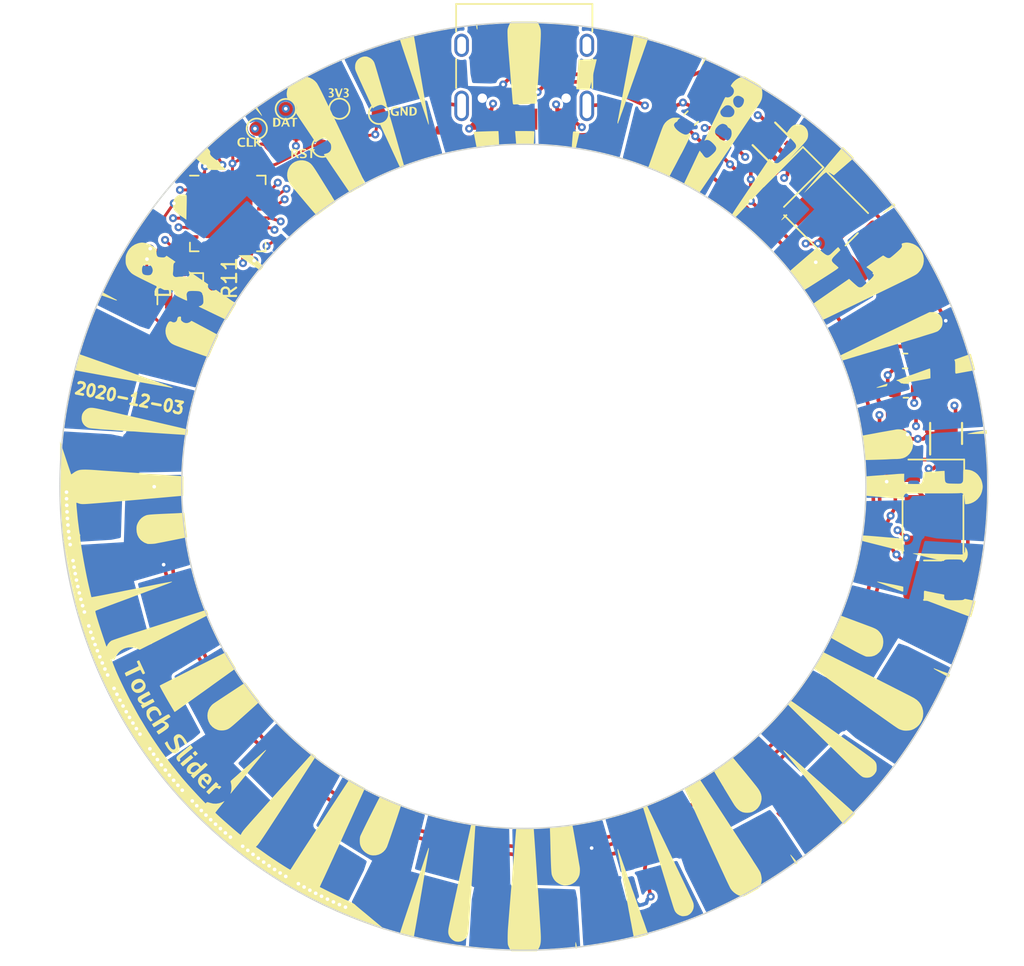
<source format=kicad_pcb>
(kicad_pcb (version 20221018) (generator pcbnew)
  (title_block (title "Meiji Led Ring") (date "2020-12-03") (rev "r1.0"))
  (layers (0 "F.Cu" signal) (1 "In1.Cu" power) (2 "In2.Cu" signal) (31 "B.Cu" signal) (34 "B.Paste" user) (35 "F.Paste" user) (36 "B.SilkS" user "B.Silkscreen") (37 "F.SilkS" user "F.Silkscreen") (38 "B.Mask" user) (39 "F.Mask" user) (44 "Edge.Cuts" user))
  (net 0 "")
  (net 1 "GND")
  (net 2 "Net-(C1-Pad1)")
  (net 3 "Net-(D1-Pad1)")
  (net 4 "Net-(D5-Pad1)")
  (net 5 "Net-(D6-Pad1)")
  (net 6 "Net-(D7-Pad1)")
  (net 7 "Net-(D8-Pad1)")
  (net 8 "Net-(D2-Pad1)")
  (net 9 "Net-(D3-Pad1)")
  (net 10 "Net-(D4-Pad1)")
  (net 11 "/LED0")
  (net 12 "/SWCLK")
  (net 13 "/SWDIO")
  (net 14 "Net-(D10-Pad2)")
  (net 15 "Net-(D10-Pad1)")
  (net 16 "Net-(D11-Pad1)")
  (net 17 "Net-(D12-Pad1)")
  (net 18 "Net-(D13-Pad1)")
  (net 19 "Net-(D14-Pad1)")
  (net 20 "Net-(D15-Pad1)")
  (net 21 "Net-(C2-Pad1)")
  (net 22 "Net-(D16-Pad1)")
  (net 23 "Net-(D17-Pad1)")
  (net 24 "+5V")
  (net 25 "Net-(D19-Pad1)")
  (net 26 "Net-(D20-Pad1)")
  (net 27 "Net-(D21-Pad1)")
  (net 28 "/LED_CTRL")
  (net 29 "Net-(D22-Pad1)")
  (net 30 "Net-(D23-Pad1)")
  (net 31 "Net-(C3-Pad1)")
  (net 32 "Net-(D18-Pad1)")
  (net 33 "Net-(D24-Pad1)")
  (net 34 "Net-(J1-PadA5)")
  (net 35 "Net-(D25-Pad2)")
  (net 36 "Net-(D26-Pad2)")
  (net 43 "Net-(TP6-Pad1)")
  (net 44 "Net-(TP7-Pad1)")
  (net 45 "Net-(TP8-Pad1)")
  (net 46 "Net-(D27-Pad2)")
  (net 47 "Net-(TP9-Pad1)")
  (net 48 "Net-(TP10-Pad1)")
  (net 49 "Net-(TP11-Pad1)")
  (net 50 "Net-(TP12-Pad1)")
  (net 51 "Net-(R3-Pad2)")
  (net 52 "/LED_EN")
  (net 53 "Net-(R4-Pad2)")
  (net 54 "Net-(TP13-Pad1)")
  (net 58 "Net-(J1-PadB5)")
  (net 61 "+3V3")
  (net 62 "/~{RESET}")
  (footprint "Resistor_SMD:R_0402_1005Metric" (layer "F.Cu") (at 143.825 63.825)
    (fp_text reference "R14" hide)
    (fp_text value "1K" hide)
  )
  (footprint "Diode_SMD:D_SOD-123F" (layer "F.Cu") (at 178.4 66.85 -135)
    (fp_text reference "D26" hide)
    (fp_text value "DSS14" hide)
  )
  (footprint "Resistor_SMD:R_0603_1608Metric" (layer "F.Cu") (at 173.155018 64.170093 45)
    (fp_text reference "R9" hide)
    (fp_text value "10R" hide)
  )
  (footprint "Resistor_SMD:R_0402_1005Metric" (layer "F.Cu") (at 174.34826 61.138373 135)
    (fp_text reference "R6" hide)
    (fp_text value "5.1k" hide)
  )
  (footprint "Resistor_SMD:R_0402_1005Metric" (layer "F.Cu") (at 189.3 80.25 90)
    (fp_text reference "R5" hide)
    (fp_text value "5.1k" hide)
  )
  (footprint "LOGO" (layer "F.Cu") (at 160.075 88)
    (fp_text reference "G***" hide)
    (fp_text value "LOGO" hide)
  )
  (footprint "Capacitor_SMD:C_1210_3225Metric" (layer "F.Cu") (at 188.2 94.475 180)
    (fp_text reference "C1" hide)
    (fp_text value "22uF" hide)
  )
  (footprint "Capacitor_SMD:C_1210_3225Metric" (layer "F.Cu") (at 183.576003 71.921752 -135)
    (fp_text reference "C2" hide)
    (fp_text value "22uF" hide)
  )
  (footprint "gsd-footprints:touch_edge_arc" (layer "F.Cu") (at 128.45 88.4)
    (fp_text reference "TP8" hide)
    (fp_text value "TP_SWCLK" hide)
  )
  (footprint "Resistor_SMD:R_0402_1005Metric" (layer "F.Cu") (at 154.225 62.95 90)
    (fp_text reference "R2" hide)
    (fp_text value "5.1k" hide)
  )
  (footprint "gsd-footprints:touch_edge_arc" (layer "F.Cu") (at 140.601685 112.825818 51)
    (fp_text reference "TP10" hide)
    (fp_text value "TP_SWCLK" hide)
  )
  (footprint "gsd-footprints:touch_edge_arc" (layer "F.Cu") (at 134.200818 106.101686 34)
    (fp_text reference "TP9" hide)
    (fp_text value "TP_SWCLK" hide)
  )
  (footprint "gsd-footprints:touch_edge_arc" (layer "F.Cu") (at 131.732028 101.937161 25.5)
    (fp_text reference "TP12" hide)
    (fp_text value "TP_SWCLK" hide)
  )
  (footprint "Resistor_SMD:R_0402_1005Metric" (layer "F.Cu") (at 138.525 73.65 -90)
    (fp_text reference "R11")
    (fp_text value "1K")
  )
  (footprint "Diode_SMD:D_SOD-123F" (layer "F.Cu") (at 188.175 87.15 180)
    (fp_text reference "D25" hide)
    (fp_text value "DSS14" hide)
  )
  (footprint "Capacitor_SMD:C_0402_1005Metric" (layer "F.Cu") (at 148.475 63.85)
    (fp_text reference "C7" hide)
    (fp_text value "0.1uF" hide)
  )
  (footprint "TestPoint:TestPoint_Pad_D1.0mm" (layer "F.Cu") (at 147.275 61.95)
    (fp_text reference "TP3" hide)
    (fp_text value "TP_VDD" hide)
  )
  (footprint "Package_DFN_QFN:DFN-6-1EP_2x2mm_P0.65mm_EP1x1.6mm" (layer "F.Cu") (at 177.071447 64.196447 135)
    (fp_text reference "U3" hide)
    (fp_text value "AP5726" hide)
  )
  (footprint "TestPoint:TestPoint_Pad_D1.0mm" (layer "F.Cu") (at 150 62.3)
    (fp_text reference "TP5" hide)
    (fp_text value "TP_GND" hide)
  )
  (footprint "gsd-footprints:touch_edge_arc" (layer "F.Cu") (at 128.9 93.125 8.5)
    (fp_text reference "TP13" hide)
    (fp_text value "TP_SWCLK" hide)
  )
  (footprint "Resistor_SMD:R_0402_1005Metric" (layer "F.Cu") (at 165.825 62.975 -90)
    (fp_text reference "R1" hide)
    (fp_text value "5.1k" hide)
  )
  (footprint "Package_DFN_QFN:DFN-6-1EP_2x2mm_P0.65mm_EP1x1.6mm" (layer "F.Cu") (at 189.125 84.35 90)
    (fp_text reference "U2" hide)
    (fp_text value "AP5726" hide)
  )
  (footprint "Resistor_SMD:R_0603_1608Metric" (layer "F.Cu") (at 171.54635 62.596781 45)
    (fp_text reference "R10" hide)
    (fp_text value "10R" hide)
  )
  (footprint "Package_TO_SOT_SMD:SOT-23" (layer "F.Cu") (at 136.3 74.05 90)
    (fp_text reference "U4" hide)
    (fp_text value "MCP1700-3302E_SOT23" hide)
  )
  (footprint "TestPoint:TestPoint_Pad_D1.0mm" (layer "F.Cu") (at 143.575 61.975)
    (fp_text reference "TP2" hide)
    (fp_text value "TP_SWDIO" hide)
  )
  (footprint "Capacitor_SMD:C_0402_1005Metric" (layer "F.Cu") (at 135.45 71.85)
    (fp_text reference "C4" hide)
    (fp_text value "1uF" hide)
  )
  (footprint "Inductor_SMD:L_Taiyo-Yuden_NR-40xx" (layer "F.Cu") (at 180.85 69.225 135)
    (fp_text reference "L2" hide)
    (fp_text value "22uH" hide)
  )
  (footprint "Capacitor_SMD:C_0402_1005Metric" (layer "F.Cu") (at 139.15 64.775 45)
    (fp_text reference "C5" hide)
    (fp_text value "10uF" hide)
  )
  (footprint "Package_DFN_QFN:QFN-24-1EP_5x5mm_P0.65mm_EP3.4x3.4mm" (layer "F.Cu") (at 139.575 69.175)
    (fp_text reference "U1" hide)
    (fp_text value "ATSAML10D14-MFT" hide)
  )
  (footprint "TestPoint:TestPoint_Pad_D1.0mm" (layer "F.Cu") (at 141.575 63.325)
    (fp_text reference "TP1" hide)
    (fp_text value "TP_SWCLK" hide)
  )
  (footprint "gsd-footprints:touch_edge_arc" (layer "F.Cu") (at 144.447291 115.410141 59.5)
    (fp_text reference "TP6" hide)
    (fp_text value "TP_SWCLK" hide)
  )
  (footprint "gkl_logos:gsd_logo_small" (layer "F.Cu") (at 187.3 97.625)
    (fp_text reference "G***" hide)
    (fp_text value "LOGO" hide)
  )
  (footprint "gkl_logos:oshw_small" (layer "F.Cu") (at 178.35 109.775)
    (fp_text reference "G***" hide)
    (fp_text value "LOGO" hide)
  )
  (footprint "Inductor_SMD:L_Taiyo-Yuden_NR-40xx" (layer "F.Cu") (at 188.22 90.6 90)
    (fp_text reference "L1" hide)
    (fp_text value "22uH" hide)
  )
  (footprint "Resistor_SMD:R_0603_1608Metric" (layer "F.Cu") (at 186.3 79.35)
    (fp_text reference "R8" hide)
    (fp_text value "10R" hide)
  )
  (footprint "Capacitor_SMD:C_0402_1005Metric" (layer "F.Cu") (at 142.125 64.925 45)
    (fp_text reference "C3" hide)
    (fp_text value "1uF" hide)
  )
  (footprint "Connector_USB:USB_C_Receptacle_HRO_TYPE-C-31-M-12" (layer "F.Cu") (at 160.025 58.625 180)
    (fp_text reference "J1" hide)
    (fp_text value "USB_C_Receptacle_USB2.0" hide)
  )
  (footprint "Capacitor_SMD:C_0402_1005Metric" (layer "F.Cu") (at 136.175 76.3 180)
    (fp_text reference "C6" hide)
    (fp_text value "0.1uF" hide)
  )
  (footprint "LED_SMD:LED_0402_1005Metric" (layer "F.Cu") (at 133.975 73.575 -90)
    (fp_text reference "D27")
    (fp_text value "LED_ALT")
  )
  (footprint "TestPoint:TestPoint_Pad_D1.0mm" (layer "F.Cu") (at 146.1 64.575)
    (fp_text reference "TP4" hide)
    (fp_text value "TP_RESET" hide)
  )
  (footprint "gsd-footprints:touch_edge_arc" (layer "F.Cu") (at 129.988258 97.626512 17)
    (fp_text reference "TP7" hide)
    (fp_text value "TP_SWCLK" hide)
  )
  (footprint "Resistor_SMD:R_0402_1005Metric" (layer "F.Cu") (at 188.35 80.275 90)
    (fp_text reference "R3" hide)
    (fp_text value "100k" hide)
  )
  (footprint "gsd-footprints:touch_edge_arc" (layer "F.Cu") (at 137.125 109.7 42.5)
    (fp_text reference "TP11" hide)
    (fp_text value "TP_SWCLK" hide)
  )
  (footprint "Resistor_SMD:R_0603_1608Metric" (layer "F.Cu") (at 186.35 81.375)
    (fp_text reference "R7" hide)
    (fp_text value "10R" hide)
  )
  (footprint "Resistor_SMD:R_0402_1005Metric" (layer "F.Cu") (at 173.641154 61.84548 135)
    (fp_text reference "R4" hide)
    (fp_text value "100k" hide)
  )
  (footprint "gsd-footprints:LED_LUXEON_3014" (layer "B.Cu") (at 188 88)
    (fp_text reference "D12" hide)
    (fp_text value "LED_ALT" hide)
  )
  (footprint "gsd-footprints:LED_LUXEON_3014" (layer "B.Cu") (at 146 63.751288 120)
    (fp_text reference "D20" hide)
    (fp_text value "LED_ALT" hide)
  )
  (footprint "gsd-footprints:LED_LUXEON_3014" (layer "B.Cu") (at 132.954077 80.753066 165)
    (fp_text reference "D23" hide)
    (fp_text value "LED_ALT" hide)
  )
  (footprint "gsd-footprints:LED_LUXEON_3014" (layer "B.Cu") (at 174 112.248711 -60)
    (fp_text reference "D8" hide)
    (fp_text value "LED_ALT" hide)
  )
  (footprint "gsd-footprints:LED_LUXEON_3014" (layer "B.Cu") (at 174 63.751288 60)
    (fp_text reference "D16" hide)
    (fp_text value "LED_ALT" hide)
  )
  (footprint "gsd-footprints:LED_LUXEON_3014" (layer "B.Cu") (at 152.753067 60.954076 105)
    (fp_text reference "D19" hide)
    (fp_text value "LED_ALT" hide)
  )
  (footprint "gsd-footprints:LED_LUXEON_3014" (layer "B.Cu") (at 179.79899 68.20101 45)
    (fp_text reference "D15" hide)
    (fp_text value "LED_ALT" hide)
  )
  (footprint "gsd-footprints:LED_LUXEON_3014" (layer "B.Cu") (at 140.201011 107.798989 -135)
    (fp_text reference "D3" hide)
    (fp_text value "LED_ALT" hide)
  )
  (footprint "gsd-footprints:LED_LUXEON_3014" (layer "B.Cu") (at 187.045924 95.246933 -15)
    (fp_text reference "D11" hide)
    (fp_text value "LED_ALT" hide)
  )
  (footprint "gsd-footprints:LED_LUXEON_3014" (layer "B.Cu") (at 132 88 180)
    (fp_text reference "D24" hide)
    (fp_text value "LED_ALT" hide)
  )
  (footprint "gsd-footprints:LED_LUXEON_3014" (layer "B.Cu") (at 187.045924 80.753066 15)
    (fp_text reference "D13" hide)
    (fp_text value "LED_ALT" hide)
  )
  (footprint "gsd-footprints:LED_LUXEON_3014" (layer "B.Cu") (at 135.751289 73.999999 150)
    (fp_text reference "D22" hide)
    (fp_text value "LED_ALT" hide)
  )
  (footprint "gsd-footprints:LED_LUXEON_3014" (layer "B.Cu") (at 179.79899 107.798989 -45)
    (fp_text reference "D9" hide)
    (fp_text value "LED_ALT" hide)
  )
  (footprint "gsd-footprints:LED_LUXEON_3014" (layer "B.Cu") (at 184.248712 102 -30)
    (fp_text reference "D10" hide)
    (fp_text value "LED_ALT" hide)
  )
  (footprint "gsd-footprints:LED_LUXEON_3014" (layer "B.Cu") (at 146 112.248711 -120)
    (fp_text reference "D4" hide)
    (fp_text value "LED_ALT" hide)
  )
  (footprint "gsd-footprints:LED_LUXEON_3014" (layer "B.Cu") (at 135.751289 102 -150)
    (fp_text reference "D2" hide)
    (fp_text value "LED_ALT" hide)
  )
  (footprint "gsd-footprints:LED_LUXEON_3014" (layer "B.Cu") (at 140.201011 68.20101 135)
    (fp_text reference "D21" hide)
    (fp_text value "LED_ALT" hide)
  )
  (footprint "gsd-footprints:LED_LUXEON_3014" (layer "B.Cu") (at 160 60 90)
    (fp_text reference "D18" hide)
    (fp_text value "LED_ALT" hide)
  )
  (footprint "gsd-footprints:LED_LUXEON_3014" (layer "B.Cu") (at 160 116 -90)
    (fp_text reference "D6" hide)
    (fp_text value "LED_ALT" hide)
  )
  (footprint "gsd-footprints:LED_LUXEON_3014" (layer "B.Cu") (at 132.954077 95.246933 -165)
    (fp_text reference "D1" hide)
    (fp_text value "LED_ALT" hide)
  )
  (footprint "gsd-footprints:LED_LUXEON_3014" (layer "B.Cu") (at 167.246934 115.045923 -75)
    (fp_text reference "D7" hide)
    (fp_text value "LED_ALT" hide)
  )
  (footprint "gsd-footprints:LED_LUXEON_3014" (layer "B.Cu") (at 152.753067 115.045923 -105)
    (fp_text reference "D5" hide)
    (fp_text value "LED_ALT" hide)
  )
  (footprint "gsd-footprints:LED_LUXEON_3014" (layer "B.Cu") (at 184.248712 74 30)
    (fp_text reference "D14" hide)
    (fp_text value "LED_ALT" hide)
  )
  (footprint "gsd-footprints:LED_LUXEON_3014" (layer "B.Cu") (at 167.246934 60.954076 75)
    (fp_text reference "D17" hide)
    (fp_text value "LED_ALT" hide)
  )
  (gr_circle (center 160 88) (end 183.6 88) (stroke (width 0.1)) (fill none) (layer "Edge.Cuts"))
  (gr_circle (center 160 88) (end 192 88) (stroke (width 0.1)) (fill none) (layer "Edge.Cuts"))
  (gr_text "2020-12-03" (at 132.8 81.925 -11) (layer "F.SilkS") (effects (font (size 0.8 0.75) (thickness 0.1875))))
  (segment (start 165.3 61.675) (end 164.345 61.755) (width 0.25) (layer "F.Cu") (net 1))
  (segment (start 141.4 64.575) (end 140.9 65.05) (width 0.2) (layer "F.Cu") (net 1))
  (segment (start 185.95 82.6) (end 185.95 83.949999) (width 0.25) (layer "F.Cu") (net 1))
  (segment (start 171.825 63.85) (end 172.465588 64.488291) (width 0.25) (layer "F.Cu") (net 1))
  (segment (start 179.881371 72.54047) (end 175.656408 68.315507) (width 0.25) (layer "F.Cu") (net 1))
  (segment (start 176.239771 65.540113) (end 175.656408 66.123476) (width 0.25) (layer "F.Cu") (net 1))
  (segment (start 186.8 94.475) (end 186.8 93.875) (width 0.25) (layer "F.Cu") (net 1))
  (segment (start 139.492947 64.432053) (end 139.9 65.075) (width 0.2) (layer "F.Cu") (net 1))
  (segment (start 189.125 84.35) (end 187.925 84.35) (width 0.25) (layer "F.Cu") (net 1))
  (segment (start 175.886218 63.878412) (end 175.532664 63.524858) (width 0.25) (layer "F.Cu") (net 1))
  (segment (start 185.1 80.325) (end 185.5125 79.9125) (width 0.25) (layer "F.Cu") (net 1))
  (segment (start 140.5 65.25) (end 140.275 65.525) (width 0.2) (layer "F.Cu") (net 1))
  (segment (start 175.656408 66.818592) (end 175.656408 66.123476) (width 0.25) (layer "F.Cu") (net 1))
  (segment (start 185.1 80.325) (end 185.1 80.912499) (width 0.25) (layer "F.Cu") (net 1))
  (segment (start 186.8 93.875) (end 185.7 92.7) (width 0.25) (layer "F.Cu") (net 1))
  (segment (start 139.9 66.725) (end 139.9 65.725) (width 0.2) (layer "F.Cu") (net 1))
  (segment (start 177.088299 64.161255) (end 176.239771 65.009783) (width 0.25) (layer "F.Cu") (net 1))
  (segment (start 175.302854 64.249643) (end 176.062994 65.009783) (width 0.25) (layer "F.Cu") (net 1))
  (segment (start 174.218458 65.781542) (end 173.605798 65.168882) (width 0.25) (layer "F.Cu") (net 1))
  (segment (start 133.975 73.09) (end 134.85 73.5) (width 0.2) (layer "F.Cu") (net 1))
  (segment (start 188.250001 82.7) (end 187.800001 83.15) (width 0.25) (layer "F.Cu") (net 1))
  (segment (start 139.925 65.4) (end 139.9 65.725) (width 0.2) (layer "F.Cu") (net 1))
  (segment (start 154.725 61.6) (end 155.705 61.755) (width 0.25) (layer "F.Cu") (net 1))
  (segment (start 134.475 71.85) (end 134.965 71.85) (width 0.2) (layer "F.Cu") (net 1))
  (segment (start 165.825 62.49) (end 165.8 61.925) (width 0.25) (layer "F.Cu") (net 1))
  (segment (start 185.7 92.7) (end 185.625 92.7) (width 0.25) (layer "F.Cu") (net 1))
  (segment (start 165.575 61.8) (end 165.3 61.675) (width 0.25) (layer "F.Cu") (net 1))
  (segment (start 134.85 73.85) (end 134.85 73.5) (width 0.2) (layer "F.Cu") (net 1))
  (segment (start 140.9 65.05) (end 140.5 65.25) (width 0.2) (layer "F.Cu") (net 1))
  (segment (start 185.075 91.225) (end 185.075 90.475) (width 0.25) (layer "F.Cu") (net 1))
  (segment (start 173.05779 65.168882) (end 172.465588 64.57668) (width 0.25) (layer "F.Cu") (net 1))
  (segment (start 182.603732 72.964734) (end 182.179468 72.54047) (width 0.25) (layer "F.Cu") (net 1))
  (segment (start 187.55 84.725) (end 186.725 84.725) (width 0.25) (layer "F.Cu") (net 1))
  (segment (start 173.605798 65.168882) (end 173.05779 65.168882) (width 0.25) (layer "F.Cu") (net 1))
  (segment (start 154.4 61.725) (end 154.725 61.6) (width 0.25) (layer "F.Cu") (net 1))
  (segment (start 139.9 66.725) (end 139.575 69.175) (width 0.2) (layer "F.Cu") (net 1))
  (segment (start 187.8 84.225) (end 187.925 84.35) (width 0.25) (layer "F.Cu") (net 1))
  (segment (start 134.225 71.6) (end 134.475 71.85) (width 0.2) (layer "F.Cu") (net 1))
  (segment (start 176.239771 65.009783) (end 176.239771 65.540113) (width 0.25) (layer "F.Cu") (net 1))
  (segment (start 185.562501 81.375) (end 185.562501 82.2125) (width 0.25) (layer "F.Cu") (net 1))
  (segment (start 185.625 92.7) (end 185.275 92.025) (width 0.25) (layer "F.Cu") (net 1))
  (segment (start 170.998342 63.180144) (end 171.157441 63.180144) (width 0.25) (layer "F.Cu") (net 1))
  (segment (start 175.656408 66.123476) (end 174.560392 66.123476) (width 0.25) (layer "F.Cu") (net 1))
  (segment (start 185.075 90.475) (end 185.3 90.025) (width 0.25) (layer "F.Cu") (net 1))
  (segment (start 172.465588 64.488291) (end 172.465588 64.57668) (width 0.25) (layer "F.Cu") (net 1))
  (segment (start 135.69 76.3) (end 135.35 75.675) (width 0.2) (layer "F.Cu") (net 1))
  (segment (start 142.467947 64.582053) (end 141.9 64.375) (width 0.2) (layer "F.Cu") (net 1))
  (segment (start 175.532664 63.524858) (end 175.391243 63.524858) (width 0.25) (layer "F.Cu") (net 1))
  (segment (start 133.975 73.09) (end 134 72.325) (width 0.2) (layer "F.Cu") (net 1))
  (segment (start 188.475001 83.3) (end 188.475 82.8) (width 0.25) (layer "F.Cu") (net 1))
  (segment (start 182.179468 72.54047) (end 180.13453 72.54047) (width 0.25) (layer "F.Cu") (net 1))
  (segment (start 175.391243 63.524858) (end 175.302854 63.613247) (width 0.25) (layer "F.Cu") (net 1))
  (segment (start 185.562501 82.2125) (end 185.95 82.6) (width 0.25) (layer "F.Cu") (net 1))
  (segment (start 163.275 62.67) (end 164 63.225) (width 0.25) (layer "F.Cu") (net 1))
  (segment (start 185.95 83.949999) (end 186.725 84.725) (width 0.25) (layer "F.Cu") (net 1))
  (segment (start 185.275 92.025) (end 185.075 91.225) (width 0.25) (layer "F.Cu") (net 1))
  (segment (start 139.25 71.625) (end 139.575 69.175) (width 0.2) (layer "F.Cu") (net 1))
  (segment (start 185.5125 79.9125) (end 185.5125 79.35) (width 0.25) (layer "F.Cu") (net 1))
  (segment (start 176.062994 65.009783) (end 176.239771 65.009783) (width 0.25) (layer "F.Cu") (net 1))
  (segment (start 135.35 75.675) (end 135.35 75.05) (width 0.2) (layer "F.Cu") (net 1))
  (segment (start 139.9 65.075) (end 139.925 65.4) (width 0.2) (layer "F.Cu") (net 1))
  (segment (start 187.925 84.35) (end 187.55 84.725) (width 0.25) (layer "F.Cu") (net 1))
  (segment (start 148.96 63.85) (end 149.75 63.725) (width 0.2) (layer "F.Cu") (net 1))
  (segment (start 188.475 82.8) (end 188.375 82.7) (width 0.25) (layer "F.Cu") (net 1))
  (segment (start 185.3 90.025) (end 185.625 89.425) (width 0.25) (layer "F.Cu") (net 1))
  (segment (start 171.157441 63.180144) (end 171.825 63.85) (width 0.25) (layer "F.Cu") (net 1))
  (segment (start 140.275 65.525) (end 139.9 65.725) (width 0.2) (layer "F.Cu") (net 1))
  (segment (start 135.35 75.05) (end 134.85 73.85) (width 0.2) (layer "F.Cu") (net 1))
  (segment (start 154.225 62.465) (end 154.4 61.725) (width 0.25) (layer "F.Cu") (net 1))
  (segment (start 188.375 82.7) (end 188.250001 82.7) (width 0.25) (layer "F.Cu") (net 1))
  (segment (start 185.625 85.825) (end 186.725 84.725) (width 0.25) (layer "F.Cu") (net 1))
  (segment (start 175.302854 63.613247) (end 175.302854 64.249643) (width 0.25) (layer "F.Cu") (net 1))
  (segment (start 175.656408 68.315507) (end 175.656408 66.818592) (width 0.25) (layer "F.Cu") (net 1))
  (segment (start 185.1 80.912499) (end 185.562501 81.375) (width 0.25) (layer "F.Cu") (net 1))
  (segment (start 180.13453 72.54047) (end 179.881371 72.54047) (width 0.25) (layer "F.Cu") (net 1))
  (segment (start 174.560392 66.123476) (end 174.218458 65.781542) (width 0.25) (layer "F.Cu") (net 1))
  (segment (start 187.800001 83.15) (end 187.8 84.225) (width 0.25) (layer "F.Cu") (net 1))
  (segment (start 150 62.3) (end 149.75 63.725) (width 0.2) (layer "F.Cu") (net 1))
  (segment (start 141.9 64.375) (end 141.4 64.575) (width 0.2) (layer "F.Cu") (net 1))
  (segment (start 185.625 89.425) (end 185.625 85.825) (width 0.25) (layer "F.Cu") (net 1))
  (segment (start 156.775 62.67) (end 156.225 63.325) (width 0.25) (layer "F.Cu") (net 1))
  (segment (start 165.8 61.925) (end 165.575 61.8) (width 0.25) (layer "F.Cu") (net 1))
  (via (at 185.3 90.025) (size 0.55) (drill 0.25) (layers "F.Cu" "B.Cu") (net 1))
  (via (at 134 72.325) (size 0.55) (drill 0.25) (layers "F.Cu" "B.Cu") (net 1))
  (via (at 134.225 71.6) (size 0.55) (drill 0.25) (layers "F.Cu" "B.Cu") (net 1))
  (via (at 185.1 80.325) (size 0.55) (drill 0.25) (layers "F.Cu" "B.Cu") (net 1))
  (via (at 164 63.225) (size 0.55) (drill 0.25) (layers "F.Cu" "B.Cu") (net 1))
  (via (at 186.475 84.425) (size 0.55) (drill 0.25) (layers "F.Cu" "B.Cu") (net 1))
  (via (at 174.218458 65.781542) (size 0.55) (drill 0.25) (layers "F.Cu" "B.Cu") (net 1))
  (via (at 156.225 63.325) (size 0.55) (drill 0.25) (layers "F.Cu" "B.Cu") (net 1))
  (via (at 175.656408 66.818592) (size 0.55) (drill 0.25) (layers "F.Cu" "B.Cu") (net 1))
  (via (at 139.9 65.725) (size 0.55) (drill 0.25) (layers "F.Cu" "B.Cu") (net 1))
  (via (at 175.656408 68.315507) (size 0.55) (drill 0.25) (layers "F.Cu" "B.Cu") (net 1))
  (via (at 149.75 63.725) (size 0.55) (drill 0.25) (layers "F.Cu" "B.Cu") (net 1))
  (via (at 171.825 63.85) (size 0.55) (drill 0.25) (layers "F.Cu" "B.Cu") (net 1))
  (via (at 180.13453 72.54047) (size 0.55) (drill 0.25) (layers "F.Cu" "B.Cu") (net 1))
  (via (at 185.7 92.7) (size 0.55) (drill 0.25) (layers "F.Cu" "B.Cu") (net 1))
  (via (at 187.175 84.725) (size 0.55) (drill 0.25) (layers "F.Cu" "B.Cu") (net 1))
  (segment (start 168.5 113.475) (end 168.695 113.205) (width 0.25) (layer "F.Cu") (net 2))
  (segment (start 170.375 111.7) (end 172.3 110.7) (width 0.25) (layer "F.Cu") (net 2))
  (segment (start 181.6 102.175) (end 183.525 98.7) (width 0.25) (layer "F.Cu") (net 2))
  (segment (start 165.125 113.525) (end 166.25 113.325) (width 0.25) (layer "F.Cu") (net 2))
  (segment (start 184.375 97.4) (end 185.15 96.575) (width 0.25) (layer "F.Cu") (net 2))
  (segment (start 165.125 113.525) (end 164.45 113.575) (width 0.25) (layer "F.Cu") (net 2))
  (segment (start 189.575001 86.45) (end 189.575 87.15) (width 0.25) (layer "F.Cu") (net 2))
  (segment (start 166.975 113.125) (end 167.875 113) (width 0.25) (layer "F.Cu") (net 2))
  (segment (start 185.6 96.425) (end 186.05 96.375) (width 0.25) (layer "F.Cu") (net 2))
  (segment (start 180.65 103.475) (end 178.825 105.65) (width 0.25) (layer "F.Cu") (net 2))
  (segment (start 144 107.8) (end 147.025 109.925) (width 0.25) (layer "F.Cu") (net 2))
  (segment (start 183.525 98.7) (end 184.375 97.4) (width 0.25) (layer "F.Cu") (net 2))
  (segment (start 168.35 114.35) (end 168.5 113.475) (width 0.25) (layer "F.Cu") (net 2))
  (segment (start 155.85 113.025) (end 159.4 113.4) (width 0.25) (layer "F.Cu") (net 2))
  (segment (start 149.225 111.15) (end 152.175 112.1) (width 0.25) (layer "F.Cu") (net 2))
  (segment (start 180.65 103.475) (end 181.6 102.175) (width 0.25) (layer "F.Cu") (net 2))
  (segment (start 139.275 102.675) (end 141.475 105.575) (width 0.25) (layer "F.Cu") (net 2))
  (segment (start 189.775 86.250001) (end 189.575001 86.45) (width 0.25) (layer "F.Cu") (net 2))
  (segment (start 135.85 96.125) (end 137.525 99.725) (width 0.25) (layer "F.Cu") (net 2))
  (segment (start 190.625 87.55) (end 190.625 93.45) (width 0.25) (layer "F.Cu") (net 2))
  (segment (start 187.175 96.35) (end 189.3 96.2) (width 0.25) (layer "F.Cu") (net 2))
  (segment (start 168.695 113.205) (end 169.15 112.575) (width 0.25) (layer "F.Cu") (net 2))
  (segment (start 185.15 96.575) (end 185.6 96.425) (width 0.25) (layer "F.Cu") (net 2))
  (segment (start 152.175 112.1) (end 155.85 113.025) (width 0.25) (layer "F.Cu") (net 2))
  (segment (start 137.525 99.725) (end 139.275 102.675) (width 0.25) (layer "F.Cu") (net 2))
  (segment (start 166.25 113.325) (end 166.975 113.125) (width 0.25) (layer "F.Cu") (net 2))
  (segment (start 189.775 85.4) (end 189.775 86.250001) (width 0.25) (layer "F.Cu") (net 2))
  (segment (start 174.725 109.2) (end 177.575 106.925) (width 0.25) (layer "F.Cu") (net 2))
  (segment (start 164.45 113.575) (end 163.425 113.55) (width 0.25) (layer "F.Cu") (net 2))
  (segment (start 189.575 87.15) (end 190.225 87.15) (width 0.25) (layer "F.Cu") (net 2))
  (segment (start 161.85 113.35) (end 163.425 113.55) (width 0.25) (layer "F.Cu") (net 2))
  (segment (start 172.3 110.7) (end 174.725 109.2) (width 0.25) (layer "F.Cu") (net 2))
  (segment (start 186.05 96.375) (end 187.175 96.35) (width 0.25) (layer "F.Cu") (net 2))
  (segment (start 177.575 106.925) (end 178.825 105.65) (width 0.25) (layer "F.Cu") (net 2))
  (segment (start 190.225 87.15) (end 190.625 87.55) (width 0.25) (layer "F.Cu") (net 2))
  (segment (start 168.75 116.3) (end 168.35 114.35) (width 0.25) (layer "F.Cu") (net 2))
  (segment (start 190.625 93.45) (end 189.6 94.475) (width 0.25) (layer "F.Cu") (net 2))
  (segment (start 189.3 96.2) (end 189.6 96.05) (width 0.25) (layer "F.Cu") (net 2))
  (segment (start 189.6 96.05) (end 189.6 94.475) (width 0.25) (layer "F.Cu") (net 2))
  (segment (start 159.4 113.4) (end 161.85 113.35) (width 0.25) (layer "F.Cu") (net 2))
  (segment (start 135.15 93.4) (end 135.85 96.125) (width 0.25) (layer "F.Cu") (net 2))
  (segment (start 167.875 113) (end 168.695 113.205) (width 0.25) (layer "F.Cu") (net 2))
  (segment (start 141.475 105.575) (end 144 107.8) (width 0.25) (layer "F.Cu") (net 2))
  (segment (start 147.025 109.925) (end 149.225 111.15) (width 0.25) (layer "F.Cu") (net 2))
  (segment (start 169.15 112.575) (end 170.375 111.7) (width 0.25) (layer "F.Cu") (net 2))
  (via (at 168.75 116.3) (size 0.55) (drill 0.25) (layers "F.Cu" "B.Cu") (net 2))
  (via (at 135.15 93.4) (size 0.55) (drill 0.25) (layers "F.Cu" "B.Cu") (net 2))
  (segment (start 167.75 116.725) (end 167.975 116.9) (width 0.25) (layer "B.Cu") (net 2))
  (segment (start 168.45 116.75) (end 168.525 116.5) (width 0.25) (layer "B.Cu") (net 2))
  (segment (start 167.426813 115.717241) (end 167.75 116.725) (width 0.25) (layer "B.Cu") (net 2))
  (segment (start 132.282759 95.426812) (end 132.275 94.175) (width 0.25) (layer "B.Cu") (net 2))
  (segment (start 168.2 116.85) (end 168.45 116.75) (width 0.25) (layer "B.Cu") (net 2))
  (segment (start 132.275 94.175) (end 132.85 93.875) (width 0.25) (layer "B.Cu") (net 2))
  (segment (start 132.85 93.875) (end 135.15 93.4) (width 0.25) (layer "B.Cu") (net 2))
  (segment (start 167.975 116.9) (end 168.2 116.85) (width 0.25) (layer "B.Cu") (net 2))
  (segment (start 168.525 116.5) (end 168.75 116.3) (width 0.25) (layer "B.Cu") (net 2))
  (segment (start 184.525 94.55) (end 184.625 94.125) (width 0.25) (layer "F.Cu") (net 5))
  (segment (start 184.6 86.05) (end 184.425 87.3) (width 0.25) (layer "F.Cu") (net 5))
  (segment (start 165.775 112.75) (end 164.675 112.95) (width 0.25) (layer "F.Cu") (net 5))
  (segment (start 183.225 98.375) (end 181.5 101.35) (width 0.25) (layer "F.Cu") (net 5))
  (segment (start 179.85 103.675) (end 177.825 105.975) (width 0.25) (layer "F.Cu") (net 5))
  (segment (start 184.525 83.075) (end 184.6 86.05) (width 0.25) (layer "F.Cu") (net 5))
  (segment (start 181.5 101.35) (end 179.85 103.675) (width 0.25) (layer "F.Cu") (net 5))
  (segment (start 184.6 90.5) (end 184.75 92.725) (width 0.25) (layer "F.Cu") (net 5))
  (segment (start 184.525 88.375) (end 184.6 90.5) (width 0.25) (layer "F.Cu") (net 5))
  (segment (start 175.125 108.3) (end 171.95 110.4) (width 0.25) (layer "F.Cu") (net 5))
  (segment (start 184.225 95.625) (end 183.225 98.375) (width 0.25) (layer "F.Cu") (net 5))
  (segment (start 186.925 81.5875) (end 187.1375 81.375) (width 0.25) (layer "F.Cu") (net 5))
  (segment (start 184.625 94.125) (end 184.75 92.725) (width 0.25) (layer "F.Cu") (net 5))
  (segment (start 186.925 82.25) (end 186.925 81.5875) (width 0.25) (layer "F.Cu") (net 5))
  (segment (start 168.15 112.075) (end 165.775 112.75) (width 0.25) (layer "F.Cu") (net 5))
  (segment (start 184.425 87.3) (end 184.525 88.375) (width 0.25) (layer "F.Cu") (net 5))
  (segment (start 184.525 94.55) (end 184.225 95.625) (width 0.25) (layer "F.Cu") (net 5))
  (segment (start 171.95 110.4) (end 168.15 112.075) (width 0.25) (layer "F.Cu") (net 5))
  (segment (start 177.825 105.975) (end 175.125 108.3) (width 0.25) (layer "F.Cu") (net 5))
  (via (at 164.675 112.95) (size 0.55) (drill 0.25) (layers "F.Cu" "B.Cu") (net 5))
  (via (at 186.925 82.25) (size 0.55) (drill 0.25) (layers "F.Cu" "B.Cu") (net 5))
  (via (at 184.525 83.075) (size 0.55) (drill 0.25) (layers "F.Cu" "B.Cu") (net 5))
  (segment (start 139.425 72.95) (end 139.15 73) (width 0.2) (layer "F.Cu") (net 11))
  (segment (start 139.15 73) (end 138.525 73.165) (width 0.2) (layer "F.Cu") (net 11))
  (segment (start 139.85 72.5) (end 139.65 72.725) (width 0.2) (layer "F.Cu") (net 11))
  (segment (start 139.9 71.625) (end 139.85 72.5) (width 0.2) (layer "F.Cu") (net 11))
  (segment (start 139.65 72.725) (end 139.425 72.95) (width 0.2) (layer "F.Cu") (net 11))
  (segment (start 141.575 63.325) (end 142.425 63.625) (width 0.2) (layer "F.Cu") (net 12))
  (segment (start 142.425 63.625) (end 143.34 63.825) (width 0.2) (layer "F.Cu") (net 12))
  (segment (start 137.95 66.725) (end 138 65.925) (width 0.2) (layer "F.Cu") (net 12))
  (via (at 141.45 63.325) (size 0.55) (drill 0.25) (layers "F.Cu" "B.Cu") (net 12))
  (via (at 138 65.925) (size 0.55) (drill 0.25) (layers "F.Cu" "B.Cu") (net 12))
  (segment (start 137.125 67.55) (end 136.275 67.55) (width 0.2) (layer "F.Cu") (net 13))
  (via (at 143.575 61.95) (size 0.55) (drill 0.25) (layers "F.Cu" "B.Cu") (net 13))
  (via (at 136.275 67.55) (size 0.55) (drill 0.25) (layers "F.Cu" "B.Cu") (net 13))
  (segment (start 187.0875 79.35) (end 187.6 79.35) (width 0.25) (layer "F.Cu") (net 17))
  (segment (start 185.0875 82.7125) (end 184.45 82.075) (width 0.25) (layer "F.Cu") (net 17))
  (segment (start 185.025 87.675) (end 185.175 85.5) (width 0.25) (layer "F.Cu") (net 17))
  (segment (start 189.3 79.55) (end 188.925 79.175) (width 0.25) (layer "F.Cu") (net 17))
  (segment (start 187.6 79.35) (end 187.625 79.375) (width 0.25) (layer "F.Cu") (net 17))
  (segment (start 186 78.35) (end 186.775 78.45) (width 0.25) (layer "F.Cu") (net 17))
  (segment (start 186.775 78.45) (end 187.075 78.825) (width 0.25) (layer "F.Cu") (net 17))
  (segment (start 187.825 79.175) (end 187.625 79.375) (width 0.25) (layer "F.Cu") (net 17))
  (segment (start 188.925 79.175) (end 187.825 79.175) (width 0.25) (layer "F.Cu") (net 17))
  (segment (start 184.45 78.975) (end 184.975 78.45) (width 0.25) (layer "F.Cu") (net 17))
  (segment (start 184.45 82.075) (end 184.45 78.975) (width 0.25) (layer "F.Cu") (net 17))
  (segment (start 185.175 85.5) (end 185.0875 82.7125) (width 0.25) (layer "F.Cu") (net 17))
  (segment (start 184.975 78.45) (end 185.375 78.35) (width 0.25) (layer "F.Cu") (net 17))
  (segment (start 189.3 79.765) (end 189.3 79.55) (width 0.25) (layer "F.Cu") (net 17))
  (segment (start 185.375 78.35) (end 186 78.35) (width 0.25) (layer "F.Cu") (net 17))
  (segment (start 187.075 78.825) (end 187.0875 79.35) (width 0.25) (layer "F.Cu") (net 17))
  (via (at 185.025 87.675) (size 0.55) (drill 0.25) (layers "F.Cu" "B.Cu") (net 17))
  (segment (start 185.35 88) (end 186.895 88) (width 0.25) (layer "B.Cu") (net 17))
  (segment (start 185.025 87.675) (end 185.35 88) (width 0.25) (layer "B.Cu") (net 17))
  (segment (start 166.45 60.275) (end 168.15 60.95) (width 0.25) (layer "F.Cu") (net 21))
  (segment (start 179.792983 65.416369) (end 179.386396 65.822955) (width 0.25) (layer "F.Cu") (net 21))
  (segment (start 176.95 61.875) (end 179.792983 64.779973) (width 0.25) (layer "F.Cu") (net 21))
  (segment (start 179.386396 65.822955) (end 179.846016 65.363336) (width 0.25) (layer "F.Cu") (net 21))
  (segment (start 169.275 60.6) (end 172.125 59.425) (width 0.25) (layer "F.Cu") (net 21))
  (segment (start 179.846016 65.363336) (end 180.411701 65.363336) (width 0.25) (layer "F.Cu") (net 21))
  (segment (start 168.15 60.95) (end 169.275 60.6) (width 0.25) (layer "F.Cu") (net 21))
  (segment (start 158.575 60.275) (end 159.25 59.6) (width 0.25) (layer "F.Cu") (net 21))
  (segment (start 184.565952 70.931803) (end 186.025 72.25) (width 0.25) (layer "F.Cu") (net 21))
  (segment (start 188.225 74.8) (end 188.9 76.225) (width 0.25) (layer "F.Cu") (net 21))
  (segment (start 162.15 59.6) (end 163.725 59.575) (width 0.25) (layer "F.Cu") (net 21))
  (segment (start 184.583631 69.535266) (end 184.583631 70.984835) (width 0.25) (layer "F.Cu") (net 21))
  (segment (start 188.9 76.225) (end 189.1 76.575) (width 0.25) (layer "F.Cu") (net 21))
  (segment (start 178.290381 64.444097) (end 178.891421 65.045138) (width 0.25) (layer "F.Cu") (net 21))
  (segment (start 174.175 59.9) (end 176.95 61.875) (width 0.25) (layer "F.Cu") (net 21))
  (segment (start 163.725 59.575) (end 164.9 59.775) (width 0.25) (layer "F.Cu") (net 21))
  (segment (start 180.411701 65.363336) (end 184.583631 69.535266) (width 0.25) (layer "F.Cu") (net 21))
  (segment (start 187.1 73.475) (end 188.225 74.8) (width 0.25) (layer "F.Cu") (net 21))
  (segment (start 172.125 59.425) (end 174.175 59.9) (width 0.25) (layer "F.Cu") (net 21))
  (segment (start 178.891421 65.045138) (end 178.891421 65.327981) (width 0.25) (layer "F.Cu") (net 21))
  (segment (start 164.9 59.775) (end 166.45 60.275) (width 0.25) (layer "F.Cu") (net 21))
  (segment (start 179.792983 64.779973) (end 179.792983 65.416369) (width 0.25) (layer "F.Cu") (net 21))
  (segment (start 178.891421 65.327981) (end 179.386396 65.822955) (width 0.25) (layer "F.Cu") (net 21))
  (segment (start 159.25 59.6) (end 162.15 59.6) (width 0.25) (layer "F.Cu") (net 21))
  (segment (start 186.025 72.25) (end 187.1 73.475) (width 0.25) (layer "F.Cu") (net 21))
  (via (at 158.575 60.275) (size 0.55) (drill 0.25) (layers "F.Cu" "B.Cu") (net 21))
  (via (at 189.1 76.575) (size 0.55) (drill 0.25) (layers "F.Cu" "B.Cu") (net 21))
  (segment (start 154.95 60.225) (end 153.625 60) (width 0.2) (layer "B.Cu") (net 21))
  (segment (start 158.25 60.475) (end 158.575 60.275) (width 0.2) (layer "B.Cu") (net 21))
  (segment (start 157.725 60.525) (end 156.025 60.475) (width 0.2) (layer "B.Cu") (net 21))
  (segment (start 153.625 60) (end 152.573188 60.282758) (width 0.2) (layer "B.Cu") (net 21))
  (segment (start 157.725 60.525) (end 158.25 60.475) (width 0.2) (layer "B.Cu") (net 21))
  (segment (start 156.025 60.475) (end 154.95 60.225) (width 0.2) (layer "B.Cu") (net 21))
  (segment (start 186.75 92.000001) (end 188.219999 92) (width 0.25) (layer "F.Cu") (net 24))
  (segment (start 178.184315 65.25727) (end 177.830761 64.903717) (width 0.25) (layer "F.Cu") (net 24))
  (segment (start 180.275 71.25) (end 180.818287 71.25) (width 0.25) (layer "F.Cu") (net 24))
  (segment (start 157.575 62.67) (end 157.875 61.6) (width 0.25) (layer "F.Cu") (net 24))
  (segment (start 162.475 62.67) (end 162.225 61.65) (width 0.25) (layer "F.Cu") (net 24))
  (segment (start 178.184315 66.494707) (end 178.184315 65.25727) (width 0.25) (layer "F.Cu") (net 24))
  (segment (start 136 72.325) (end 135.935 71.85) (width 0.2) (layer "F.Cu") (net 24))
  (segment (start 188.25 86.775001) (end 189.125 85.9) (width 0.25) (layer "F.Cu") (net 24))
  (segment (start 179.439429 71.25) (end 180.275 71.25) (width 0.25) (layer "F.Cu") (net 24))
  (segment (start 136.3 73.05) (end 136 72.325) (width 0.2) (layer "F.Cu") (net 24))
  (segment (start 135.935 71.685) (end 135.935 71.85) (width 0.2) (layer "F.Cu") (net 24))
  (segment (start 189.125 85.9) (end 189.125 85.4) (width 0.25) (layer "F.Cu") (net 24))
  (segment (start 186.375 91.55) (end 186.75 92.000001) (width 0.25) (layer "F.Cu") (net 24))
  (segment (start 185.775 91.025) (end 186.375 91.55) (width 0.25) (layer "F.Cu") (net 24))
  (segment (start 180.818287 71.25) (end 181.857734 70.210553) (width 0.25) (layer "F.Cu") (net 24))
  (segment (start 135.25 71) (end 135.935 71.685) (width 0.2) (layer "F.Cu") (net 24))
  (segment (start 177.954505 66.724517) (end 178.184315 66.494707) (width 0.25) (layer "F.Cu") (net 24))
  (segment (start 187.925 86.775) (end 188.25 86.775001) (width 0.25) (layer "F.Cu") (net 24))
  (via (at 157.875 61.6) (size 0.55) (drill 0.25) (layers "F.Cu" "B.Cu") (net 24))
  (via (at 186.375 91.55) (size 0.55) (drill 0.25) (layers "F.Cu" "B.Cu") (net 24))
  (via (at 180.275 71.25) (size 0.55) (drill 0.25) (layers "F.Cu" "B.Cu") (net 24))
  (via (at 162.225 61.65) (size 0.55) (drill 0.25) (layers "F.Cu" "B.Cu") (net 24))
  (via (at 179.439429 71.25) (size 0.55) (drill 0.25) (layers "F.Cu" "B.Cu") (net 24))
  (via (at 135.25 71) (size 0.55) (drill 0.25) (layers "F.Cu" "B.Cu") (net 24))
  (via (at 177.954505 66.724517) (size 0.55) (drill 0.25) (layers "F.Cu" "B.Cu") (net 24))
  (via (at 187.925 86.775) (size 0.55) (drill 0.25) (layers "F.Cu" "B.Cu") (net 24))
  (via (at 185.775 91.025) (size 0.55) (drill 0.25) (layers "F.Cu" "B.Cu") (net 24))
  (segment (start 188.35 80.76) (end 188.35 81.2) (width 0.25) (layer "F.Cu") (net 28))
  (segment (start 174.87859 63.43647) (end 174.87859 64.886039) (width 0.25) (layer "F.Cu") (net 28))
  (segment (start 188.075 82.275001) (end 187.05 83.300001) (width 0.25) (layer "F.Cu") (net 28))
  (segment (start 174.312905 62.870785) (end 174.87859 63.43647) (width 0.25) (layer "F.Cu") (net 28))
  (segment (start 187.05 83.300001) (end 187.05 83.85) (width 0.25) (layer "F.Cu") (net 28))
  (segment (start 174.312905 62.481876) (end 174.312905 62.870785) (width 0.25) (layer "F.Cu") (net 28))
  (segment (start 137.125 69.5) (end 135.8 69.5) (width 0.2) (layer "F.Cu") (net 28))
  (segment (start 188.35 81.2) (end 188.075 81.475) (width 0.25) (layer "F.Cu") (net 28))
  (segment (start 174.001778 62.170749) (end 174.312905 62.481876) (width 0.25) (layer "F.Cu") (net 28))
  (segment (start 174.87859 64.886039) (end 175.267499 65.274948) (width 0.25) (layer "F.Cu") (net 28))
  (segment (start 188.075 81.475) (end 188.075 82.275001) (width 0.25) (layer "F.Cu") (net 28))
  (via (at 187.05 83.85) (size 0.55) (drill 0.25) (layers "F.Cu" "B.Cu") (net 28))
  (via (at 175.267499 65.274948) (size 0.55) (drill 0.25) (layers "F.Cu" "B.Cu") (net 28))
  (via (at 135.8 69.5) (size 0.55) (drill 0.25) (layers "F.Cu" "B.Cu") (net 28))
  (segment (start 141.275 65.45) (end 141.782053 65.267947) (width 0.2) (layer "F.Cu") (net 31))
  (segment (start 141.05 65.45) (end 141.275 65.45) (width 0.2) (layer "F.Cu") (net 31))
  (segment (start 140.55 66.725) (end 140.6 65.825) (width 0.2) (layer "F.Cu") (net 31))
  (segment (start 140.75 65.6) (end 141.05 65.45) (width 0.2) (layer "F.Cu") (net 31))
  (segment (start 140.6 65.825) (end 140.75 65.6) (width 0.2) (layer "F.Cu") (net 31))
  (segment (start 165.575 60.45) (end 168.35 61.725) (width 0.25) (layer "F.Cu") (net 32))
  (segment (start 173.391295 63.275) (end 173.579282 63.462987) (width 0.25) (layer "F.Cu") (net 32))
  (segment (start 161.65 60.1) (end 164.25 60.1) (width 0.25) (layer "F.Cu") (net 32))
  (segment (start 172.475 63.275) (end 173.391295 63.275) (width 0.25) (layer "F.Cu") (net 32))
  (segment (start 160.95 60.8) (end 161.65 60.1) (width 0.25) (layer "F.Cu") (net 32))
  (segment (start 164.25 60.1) (end 165.575 60.45) (width 0.25) (layer "F.Cu") (net 32))
  (via (at 160.95 60.8) (size 0.55) (drill 0.25) (layers "F.Cu" "B.Cu") (net 32))
  (via (at 168.35 61.725) (size 0.55) (drill 0.25) (layers "F.Cu" "B.Cu") (net 32))
  (via (at 172.475 63.275) (size 0.55) (drill 0.25) (layers "F.Cu" "B.Cu") (net 32))
  (segment (start 160.645 61.105) (end 160.95 60.8) (width 0.25) (layer "B.Cu") (net 32))
  (segment (start 160 61.105) (end 160.645 61.105) (width 0.25) (layer "B.Cu") (net 32))
  (segment (start 171.275 110.15) (end 173.6 108.7) (width 0.25) (layer "F.Cu") (net 33))
  (segment (start 169.65 64.025) (end 169.5 62.925) (width 0.25) (layer "F.Cu") (net 33))
  (segment (start 135.7 93.025) (end 135.85 94.2) (width 0.25) (layer "F.Cu") (net 33))
  (segment (start 184.025 84.15) (end 183.725 82.275) (width 0.25) (layer "F.Cu") (net 33))
  (segment (start 166.275 112.1) (end 168.7 111.325) (width 0.25) (layer "F.Cu") (net 33))
  (segment (start 151.725 111.475) (end 154.475 112.15) (width 0.25) (layer "F.Cu") (net 33))
  (segment (start 136.375 96.175) (end 138.275 100.25) (width 0.25) (layer "F.Cu") (net 33))
  (segment (start 148.025 109.9) (end 151.725 111.475) (width 0.25) (layer "F.Cu") (net 33))
  (segment (start 184.15 89.75) (end 184.125 89.325) (width 0.25) (layer "F.Cu") (net 33))
  (segment (start 178.225 104.775) (end 180.275 102.275) (width 0.25) (layer "F.Cu") (net 33))
  (segment (start 184.025 86.975) (end 184.1 85.825) (width 0.25) (layer "F.Cu") (net 33))
  (segment (start 173.81793 60.643398) (end 173.2876 60.643398) (width 0.25) (layer "F.Cu") (net 33))
  (segment (start 172.3 66.05) (end 169.65 64.025) (width 0.25) (layer "F.Cu") (net 33))
  (segment (start 173.969958 60.795426) (end 173.81793 60.643398) (width 0.25) (layer "F.Cu") (net 33))
  (segment (start 175.9 106.925) (end 178.225 104.775) (width 0.25) (layer "F.Cu") (net 33))
  (segment (start 162.4 112.9) (end 164.775 112.375) (width 0.25) (layer "F.Cu") (net 33))
  (segment (start 135.85 94.2) (end 136.375 96.175) (width 0.25) (layer "F.Cu") (net 33))
  (segment (start 144.8 107.8) (end 148.025 109.9) (width 0.25) (layer "F.Cu") (net 33))
  (segment (start 138.275 100.25) (end 140.1 103.05) (width 0.25) (layer "F.Cu") (net 33))
  (segment (start 183.975 94.15) (end 184.175 93.025) (width 0.25) (layer "F.Cu") (net 33))
  (segment (start 172.103197 62.039934) (end 170.975 61.525) (width 0.25) (layer "F.Cu") (net 33))
  (segment (start 164.775 112.375) (end 166.275 112.1) (width 0.25) (layer "F.Cu") (net 33))
  (segment (start 142.1 105.5) (end 144.8 107.8) (width 0.25) (layer "F.Cu") (net 33))
  (segment (start 183.725 82.275) (end 182 76.9) (width 0.25) (layer "F.Cu") (net 33))
  (segment (start 135.225 92) (end 135.7 93.025) (width 0.25) (layer "F.Cu") (net 33))
  (segment (start 172.474427 61.704058) (end 172.509783 61.704058) (width 0.25) (layer "F.Cu") (net 33))
  (segment (start 184.125 89.325) (end 184.025 86.975) (width 0.25) (layer "F.Cu") (net 33))
  (segment (start 175.175 68.55) (end 172.3 66.05) (width 0.25) (layer "F.Cu") (net 33))
  (segment (start 184.1 85.825) (end 184.025 84.15) (width 0.25) (layer "F.Cu") (net 33))
  (segment (start 170.1 61.925) (end 170.975 61.525) (width 0.25) (layer "F.Cu") (net 33))
  (segment (start 182 76.9) (end 179.95 73.7) (width 0.25) (layer "F.Cu") (net 33))
  (segment (start 173.2876 60.643398) (end 172.509783 61.421216) (width 0.25) (layer "F.Cu") (net 33))
  (segment (start 134.5 88.025) (end 134.925 89.125) (width 0.25) (layer "F.Cu") (net 33))
  (segment (start 179.95 73.7) (end 177.925 71.425) (width 0.25) (layer "F.Cu") (net 33))
  (segment (start 180.275 102.275) (end 182.225 99.125) (width 0.25) (layer "F.Cu") (net 33))
  (segment (start 157.575 112.7) (end 160.225 112.9) (width 0.25) (layer "F.Cu") (net 33))
  (segment (start 169.675 62.425) (end 170.1 61.925) (width 0.25) (layer "F.Cu") (net 33))
  (segment (start 177.925 71.425) (end 175.175 68.55) (width 0.25) (layer "F.Cu") (net 33))
  (segment (start 173.6 108.7) (end 175.9 106.925) (width 0.25) (layer "F.Cu") (net 33))
  (segment (start 169.5 62.925) (end 169.675 62.425) (width 0.25) (layer "F.Cu") (net 33))
  (segment (start 182.225 99.125) (end 183.575 96) (width 0.25) (layer "F.Cu") (net 33))
  (segment (start 140.1 103.05) (end 142.1 105.5) (width 0.25) (layer "F.Cu") (net 33))
  (segment (start 154.475 112.15) (end 157.575 112.7) (width 0.25) (layer "F.Cu") (net 33))
  (segment (start 184.15 89.75) (end 184.175 93.025) (width 0.25) (layer "F.Cu") (net 33))
  (segment (start 134.925 89.125) (end 135.225 92) (width 0.25) (layer "F.Cu") (net 33))
  (segment (start 172.509783 61.421216) (end 172.509783 61.704058) (width 0.25) (layer "F.Cu") (net 33))
  (segment (start 160.225 112.9) (end 162.4 112.9) (width 0.25) (layer "F.Cu") (net 33))
  (segment (start 183.575 96) (end 183.975 94.15) (width 0.25) (layer "F.Cu") (net 33))
  (segment (start 172.112035 62.066451) (end 172.474427 61.704058) (width 0.25) (layer "F.Cu") (net 33))
  (segment (start 168.7 111.325) (end 171.275 110.15) (width 0.25) (layer "F.Cu") (net 33))
  (via (at 134.5 88.025) (size 0.55) (drill 0.25) (layers "F.Cu" "B.Cu") (net 33))
  (via (at 170.975 61.525) (size 0.55) (drill 0.25) (layers "F.Cu" "B.Cu") (net 33))
  (segment (start 133.105 88) (end 134.5 88.025) (width 0.25) (layer "B.Cu") (net 33))
  (segment (start 165.25 63.475) (end 164.8 63.625) (width 0.25) (layer "F.Cu") (net 34))
  (segment (start 165.825 63.46) (end 165.25 63.475) (width 0.25) (layer "F.Cu") (net 34))
  (segment (start 161.45 63.75) (end 161.275 63.6) (width 0.25) (layer "F.Cu") (net 34))
  (segment (start 162.8 63.8) (end 161.45 63.75) (width 0.25) (layer "F.Cu") (net 34))
  (segment (start 164.8 63.625) (end 164.225 63.75) (width 0.25) (layer "F.Cu") (net 34))
  (segment (start 161.275 63.6) (end 161.275 62.67) (width 0.25) (layer "F.Cu") (net 34))
  (segment (start 164.225 63.75) (end 162.8 63.8) (width 0.25) (layer "F.Cu") (net 34))
  (segment (start 188.05 89.2) (end 188.219999 89.2) (width 0.25) (layer "F.Cu") (net 35))
  (segment (start 187.1 86.15) (end 186.775 86.475) (width 0.25) (layer "F.Cu") (net 35))
  (segment (start 188.475 85.85) (end 188.175 86.15) (width 0.25) (layer "F.Cu") (net 35))
  (segment (start 186.775 87.925) (end 188.05 89.2) (width 0.25) (layer "F.Cu") (net 35))
  (segment (start 186.775 86.475) (end 186.775 87.15) (width 0.25) (layer "F.Cu") (net 35))
  (segment (start 188.175 86.15) (end 187.1 86.15) (width 0.25) (layer "F.Cu") (net 35))
  (segment (start 186.775 87.15) (end 186.775 87.925) (width 0.25) (layer "F.Cu") (net 35))
  (segment (start 188.475 85.4) (end 188.475 85.85) (width 0.25) (layer "F.Cu") (net 35))
  (segment (start 177.68934 65.681534) (end 177.68934 66.105798) (width 0.25) (layer "F.Cu") (net 36))
  (segment (start 177.371142 65.363336) (end 177.68934 65.681534) (width 0.25) (layer "F.Cu") (net 36))
  (segment (start 177.406497 67.802854) (end 177.954505 68.350862) (width 0.25) (layer "F.Cu") (net 36))
  (segment (start 176.9292 66.865938) (end 176.9292 67.325557) (width 0.25) (layer "F.Cu") (net 36))
  (segment (start 176.9292 67.325557) (end 177.406497 67.802854) (width 0.25) (layer "F.Cu") (net 36))
  (segment (start 179.757627 68.350862) (end 179.877835 68.230654) (width 0.25) (layer "F.Cu") (net 36))
  (segment (start 177.68934 66.105798) (end 176.9292 66.865938) (width 0.25) (layer "F.Cu") (net 36))
  (segment (start 177.954505 68.350862) (end 179.757627 68.350862) (width 0.25) (layer "F.Cu") (net 36))
  (segment (start 140.55 71.625) (end 140.625 72.6) (width 0.2) (layer "F.Cu") (net 43))
  (via (at 140.625 72.6) (size 0.55) (drill 0.25) (layers "F.Cu" "B.Cu") (net 43))
  (segment (start 142.675 68.8) (end 142.025 68.85) (width 0.2) (layer "F.Cu") (net 44))
  (segment (start 143.5 68.2) (end 142.675 68.8) (width 0.2) (layer "F.Cu") (net 44))
  (via (at 143.5 68.2) (size 0.55) (drill 0.25) (layers "F.Cu" "B.Cu") (net 44))
  (segment (start 143.025 67.05) (end 142.675 67.425) (width 0.2) (layer "F.Cu") (net 45))
  (segment (start 142.575 67.45) (end 142.025 67.55) (width 0.2) (layer "F.Cu") (net 45))
  (segment (start 142.675 67.425) (end 142.575 67.45) (width 0.2) (layer "F.Cu") (net 45))
  (via (at 143.025 67.05) (size 0.55) (drill 0.25) (layers "F.Cu" "B.Cu") (net 45))
  (segment (start 136.8 77.025) (end 136.275 77.05) (width 0.2) (layer "F.Cu") (net 46))
  (segment (start 135.575 77.025) (end 135.05 76.85) (width 0.2) (layer "F.Cu") (net 46))
  (segment (start 134.1 75.525) (end 134.1 74.95) (width 0.2) (layer "F.Cu") (net 46))
  (segment (start 138.525 74.135) (end 138.175 75.2) (width 0.2) (layer "F.Cu") (net 46))
  (segment (start 135.05 76.85) (end 134.625 76.475) (width 0.2) (layer "F.Cu") (net 46))
  (segment (start 134.625 76.475) (end 134.1 75.525) (width 0.2) (layer "F.Cu") (net 46))
  (segment (start 136.275 77.05) (end 135.575 77.025) (width 0.2) (layer "F.Cu") (net 46))
  (segment (start 134.1 74.95) (end 133.975 74.06) (width 0.2) (layer "F.Cu") (net 46))
  (segment (start 137.75 76.1) (end 137.125 76.85) (width 0.2) (layer "F.Cu") (net 46))
  (segment (start 138.175 75.2) (end 137.75 76.1) (width 0.2) (layer "F.Cu") (net 46))
  (segment (start 137.125 76.85) (end 136.8 77.025) (width 0.2) (layer "F.Cu") (net 46))
  (segment (start 142.025 70.15) (end 142.525 70.175) (width 0.2) (layer "F.Cu") (net 47))
  (segment (start 142.525 70.175) (end 142.8 70.3) (width 0.2) (layer "F.Cu") (net 47))
  (via (at 142.8 70.3) (size 0.55) (drill 0.25) (layers "F.Cu" "B.Cu") (net 47))
  (segment (start 141.2 71.625) (end 141.175 72.225) (width 0.2) (layer "F.Cu") (net 48))
  (segment (start 141.175 72.225) (end 141.4 72.425) (width 0.2) (layer "F.Cu") (net 48))
  (via (at 141.4 72.425) (size 0.55) (drill 0.25) (layers "F.Cu" "B.Cu") (net 48))
  (segment (start 142.55 70.825) (end 142.7 70.9) (width 0.2) (layer "F.Cu") (net 49))
  (segment (start 142.7 70.9) (end 142.65 71.15) (width 0.2) (layer "F.Cu") (net 49))
  (segment (start 142.025 70.8) (end 142.55 70.825) (width 0.2) (layer "F.Cu") (net 49))
  (segment (start 142.65 71.15) (end 142.25 71.425) (width 0.2) (layer "F.Cu") (net 49))
  (via (at 142.25 71.425) (size 0.55) (drill 0.25) (layers "F.Cu" "B.Cu") (net 49))
  (segment (start 142.525 69.5) (end 143.225 69.725) (width 0.2) (layer "F.Cu") (net 50))
  (segment (start 142.025 69.5) (end 142.525 69.5) (width 0.2) (layer "F.Cu") (net 50))
  (via (at 143.225 69.725) (size 0.55) (drill 0.25) (layers "F.Cu" "B.Cu") (net 50))
  (segment (start 189.3 80.735) (end 189.3 80.825) (width 0.25) (layer "F.Cu") (net 51))
  (segment (start 189.3 80.825) (end 188.625 81.5) (width 0.25) (layer "F.Cu") (net 51))
  (segment (start 189.295 80.735) (end 189.3 80.735) (width 0.25) (layer "F.Cu") (net 51))
  (segment (start 188.625 81.5) (end 188.625 82.075) (width 0.25) (layer "F.Cu") (net 51))
  (segment (start 189.125 82.575) (end 189.125 83.3) (width 0.25) (layer "F.Cu") (net 51))
  (segment (start 188.625 82.075) (end 189.125 82.575) (width 0.25) (layer "F.Cu") (net 51))
  (segment (start 188.35 79.79) (end 189.295 80.735) (width 0.25) (layer "F.Cu") (net 51))
  (segment (start 189.775 83.300001) (end 189.775 82.5) (width 0.25) (layer "F.Cu") (net 52))
  (segment (start 176.805456 62.959173) (end 176.239771 62.393488) (width 0.25) (layer "F.Cu") (net 52))
  (segment (start 189.775 82.5) (end 189.7 82.425) (width 0.25) (layer "F.Cu") (net 52))
  (segment (start 137.125 70.15) (end 136.175 70.125) (width 0.2) (layer "F.Cu") (net 52))
  (segment (start 176.239771 62.393488) (end 176.133705 62.393488) (width 0.25) (layer "F.Cu") (net 52))
  (via (at 176.133705 62.393488) (size 0.55) (drill 0.25) (layers "F.Cu" "B.Cu") (net 52))
  (via (at 189.7 82.425) (size 0.55) (drill 0.25) (layers "F.Cu" "B.Cu") (net 52))
  (via (at 136.175 70.125) (size 0.55) (drill 0.25) (layers "F.Cu" "B.Cu") (net 52))
  (segment (start 174.652316 61.484855) (end 174.655852 61.48132) (width 0.25) (layer "F.Cu") (net 53))
  (segment (start 175.126078 62.90614) (end 175.833185 62.90614) (width 0.25) (layer "F.Cu") (net 53))
  (segment (start 173.315884 61.484855) (end 174.652316 61.484855) (width 0.25) (layer "F.Cu") (net 53))
  (segment (start 175.833185 62.90614) (end 176.345837 63.418792) (width 0.25) (layer "F.Cu") (net 53))
  (segment (start 174.719491 62.499554) (end 175.126078 62.90614) (width 0.25) (layer "F.Cu") (net 53))
  (segment (start 174.655852 61.48132) (end 174.719491 61.544959) (width 0.25) (layer "F.Cu") (net 53))
  (segment (start 174.719491 61.544959) (end 174.719491 62.499554) (width 0.25) (layer "F.Cu") (net 53))
  (segment (start 142.675 68.15) (end 142.025 68.2) (width 0.2) (layer "F.Cu") (net 54))
  (segment (start 143.625 67.475) (end 142.675 68.15) (width 0.2) (layer "F.Cu") (net 54))
  (via (at 143.625 67.475) (size 0.55) (drill 0.25) (layers "F.Cu" "B.Cu") (net 54))
  (segment (start 158.025 63.775) (end 157 63.975) (width 0.25) (layer "F.Cu") (net 58))
  (segment (start 158.225 63.625) (end 158.025 63.775) (width 0.25) (layer "F.Cu") (net 58))
  (segment (start 158.275 62.67) (end 158.225 63.625) (width 0.25) (layer "F.Cu") (net 58))
  (segment (start 154.875 63.475) (end 154.225 63.435) (width 0.25) (layer "F.Cu") (net 58))
  (segment (start 155.775 63.9) (end 155.425 63.7) (width 0.25) (layer "F.Cu") (net 58))
  (segment (start 157 63.975) (end 155.775 63.9) (width 0.25) (layer "F.Cu") (net 58))
  (segment (start 155.425 63.7) (end 154.875 63.475) (width 0.25) (layer "F.Cu") (net 58))
  (segment (start 145.825 63.525) (end 146.65 63.5) (width 0.2) (layer "F.Cu") (net 61))
  (segment (start 147.15 63.7) (end 147.625 63.75) (width 0.2) (layer "F.Cu") (net 61))
  (segment (start 137.275 73.575) (end 137.15 72.175) (width 0.2) (layer "F.Cu") (net 61))
  (segment (start 147.15 62.975) (end 146.85 63.275) (width 0.2) (layer "F.Cu") (net 61))
  (segment (start 138.6 72.225) (end 138.6 71.625) (width 0.2) (layer "F.Cu") (net 61))
  (segment (start 136.8 71.55) (end 135.65 70.625) (width 0.2) (layer "F.Cu") (net 61))
  (segment (start 135.65 70.625) (end 135.225 69.75) (width 0.2) (layer "F.Cu") (net 61))
  (segment (start 137.25 75.05) (end 137.15 75.65) (width 0.2) (layer "F.Cu") (net 61))
  (segment (start 137.275 73.575) (end 137.8 72.7) (width 0.2) (layer "F.Cu") (net 61))
  (segment (start 135.225 69.75) (end 135.225 69.375) (width 0.2) (layer "F.Cu") (net 61))
  (segment (start 138.6 66.725) (end 138.575 65.725) (width 0.2) (layer "F.Cu") (net 61))
  (segment (start 146.85 63.275) (end 146.65 63.5) (width 0.2) (layer "F.Cu") (net 61))
  (segment (start 138.807053 65.117947) (end 139.2 65.825) (width 0.2) (layer "F.Cu") (net 61))
  (segment (start 144.31 63.825) (end 145.225 63.775) (width 0.2) (layer "F.Cu") (net 61))
  (segment (start 137.8 72.7) (end 138.3 72.475) (width 0.2) (layer "F.Cu") (net 61))
  (segment (start 147.625 63.75) (end 147.99 63.85) (width 0.2) (layer "F.Cu") (net 61))
  (segment (start 147.275 61.95) (end 147.15 62.975) (width 0.2) (layer "F.Cu") (net 61))
  (segment (start 138.575 65.725) (end 138.65 65.4) (width 0.2) (layer "F.Cu") (net 61))
  (segment (start 137.15 72.175) (end 136.8 71.55) (width 0.2) (layer "F.Cu") (net 61))
  (segment (start 137.25 75.05) (end 137.275 73.575) (width 0.2) (layer "F.Cu") (net 61))
  (segment (start 145.225 63.775) (end 145.825 63.525) (width 0.2) (layer "F.Cu") (net 61))
  (segment (start 138.65 65.4) (end 138.807053 65.117947) (width 0.2) (layer "F.Cu") (net 61))
  (segment (start 136.66 76.3) (end 137.15 75.65) (width 0.2) (layer "F.Cu") (net 61))
  (segment (start 135.225 69.375) (end 135.85 68.475) (width 0.2) (layer "F.Cu") (net 61))
  (segment (start 146.65 63.5) (end 147.15 63.7) (width 0.2) (layer "F.Cu") (net 61))
  (segment (start 138.3 72.475) (end 138.6 72.225) (width 0.2) (layer "F.Cu") (net 61))
  (segment (start 144.275 64.525) (end 144.31 63.825) (width 0.2) (layer "F.Cu") (net 61))
  (via (at 135.85 68.475) (size 0.55) (drill 0.25) (layers "F.Cu" "B.Cu") (net 61))
  (via (at 139.2 65.825) (size 0.55) (drill 0.25) (layers "F.Cu" "B.Cu") (net 61))
  (via (at 144.275 64.525) (size 0.55) (drill 0.25) (layers "F.Cu" "B.Cu") (net 61))
  (segment (start 141.775 65.925) (end 141.95 66.025) (width 0.2) (layer "F.Cu") (net 62))
  (segment (start 144.175 65.125) (end 145.45 64.475) (width 0.2) (layer "F.Cu") (net 62))
  (segment (start 141.25 66.025) (end 141.425 65.925) (width 0.2) (layer "F.Cu") (net 62))
  (segment (start 141.2 66.2) (end 141.25 66.025) (width 0.2) (layer "F.Cu") (net 62))
  (segment (start 145.45 64.475) (end 146.1 64.575) (width 0.2) (layer "F.Cu") (net 62))
  (segment (start 141.95 66.025) (end 142.4 65.925) (width 0.2) (layer "F.Cu") (net 62))
  (segment (start 141.575 65.9) (end 141.775 65.925) (width 0.2) (layer "F.Cu") (net 62))
  (segment (start 142.4 65.925) (end 142.9 65.775) (width 0.2) (layer "F.Cu") (net 62))
  (segment (start 142.9 65.775) (end 144.175 65.125) (width 0.2) (layer "F.Cu") (net 62))
  (segment (start 141.2 66.725) (end 141.2 66.2) (width 0.2) (layer "F.Cu") (net 62))
  (segment (start 141.425 65.925) (end 141.575 65.9) (width 0.2) (layer "F.Cu") (net 62))
  (zone (net 9) (net_name "Net-(D3-Pad1)") (layer "B.Cu") (connect_pads yes (clearance 0.21)) (min_thickness 0.2) (fill yes (thermal_gap 0.508) (thermal_bridge_width 0.508))
    (polygon (pts (xy 140.456892 113.349656) (xy 143.208862 110.233103) (xy 140.082502 106.898119) (xy 142.758575 104.113024) (xy 143.792661 105.171934) (xy 147.559631 108.097351) (xy 145.599583 111.642254) (xy 149.215239 113.729753) (xy 147.90471 117.649655) (xy 143.823445 115.668614)))
  )
  (zone (net 19) (net_name "Net-(D14-Pad1)") (layer "B.Cu") (priority 1) (connect_pads yes (clearance 0.21)) (min_thickness 0.2) (fill yes (thermal_gap 0.508) (thermal_bridge_width 0.508))
    (polygon (pts (xy 185.438166 68.572241) (xy 181.973343 70.870338) (xy 184.130019 74.900846) (xy 180.824295 76.898423) (xy 180.09951 75.607953) (xy 177.21805 71.807254) (xy 180.0288 68.890439) (xy 177.076629 65.938269) (xy 179.357048 62.491123) (xy 182.786516 65.460972)))
  )
  (zone (net 25) (net_name "Net-(D19-Pad1)") (layer "B.Cu") (connect_pads yes (clearance 0.21)) (min_thickness 0.2) (fill yes (thermal_gap 0.508) (thermal_bridge_width 0.508))
    (polygon (pts (xy 147.818108 58.400344) (xy 149.141137 62.341897) (xy 153.592498 61.301881) (xy 154.666424 65.011976) (xy 153.232338 65.378066) (xy 148.815368 67.177649) (xy 146.725417 63.707746) (xy 143.109761 65.795246) (xy 140.37029 62.700343) (xy 144.126555 60.156385)))
  )
  (zone (net 15) (net_name "Net-(D10-Pad1)") (layer "B.Cu") (priority 1) (connect_pads yes (clearance 0.21)) (min_thickness 0.2) (fill yes (thermal_gap 0.508) (thermal_bridge_width 0.508))
    (polygon (pts (xy 189.544016 100.316219) (xy 185.821394 98.464643) (xy 183.409209 102.347632) (xy 180.026395 100.48358) (xy 180.781583 99.210664) (xy 182.632354 94.814897) (xy 186.563765 95.790669) (xy 187.644335 91.757929) (xy 191.769859 92.009257) (xy 190.912629 96.464188)))
  )
  (zone (net 18) (net_name "Net-(D13-Pad1)") (layer "B.Cu") (connect_pads yes (clearance 0.21)) (min_thickness 0.2) (fill yes (thermal_gap 0.508) (thermal_bridge_width 0.508))
    (polygon (pts (xy 189.599656 75.818108) (xy 185.658103 77.141137) (xy 186.698119 81.592498) (xy 182.988024 82.666424) (xy 182.621934 81.232338) (xy 180.822351 76.815368) (xy 184.292254 74.725417) (xy 182.204754 71.109761) (xy 185.299656 68.37029) (xy 187.843615 72.126555)))
  )
  (zone (net 16) (net_name "Net-(D11-Pad1)") (layer "B.Cu") (connect_pads yes (clearance 0.21)) (min_thickness 0.2) (fill yes (thermal_gap 0.508) (thermal_bridge_width 0.508))
    (polygon (pts (xy 191.725 92.25) (xy 187.65 91.425) (xy 186.325 95.799999) (xy 182.575 94.874999) (xy 182.975 93.449999) (xy 183.625001 88.725) (xy 187.675001 88.65) (xy 187.675001 84.475) (xy 191.725 83.65) (xy 192.05 88.175)))
  )
  (zone (net 7) (net_name "Net-(D8-Pad1)") (layer "B.Cu") (priority 1) (connect_pads yes (clearance 0.21)) (min_thickness 0.2) (fill yes (thermal_gap 0.508) (thermal_bridge_width 0.508))
    (polygon (pts (xy 179.427759 113.438166) (xy 177.129662 109.973343) (xy 173.099154 112.130019) (xy 171.101577 108.824295) (xy 172.392047 108.09951) (xy 176.192746 105.21805) (xy 179.109561 108.0288) (xy 182.061731 105.076629) (xy 185.508877 107.357048) (xy 182.539028 110.786516)))
  )
  (zone (net 30) (net_name "Net-(D23-Pad1)") (layer "B.Cu") (connect_pads yes (clearance 0.21)) (min_thickness 0.2) (fill yes (thermal_gap 0.508) (thermal_bridge_width 0.508))
    (polygon (pts (xy 128.275 83.75) (xy 132.35 84.575) (xy 133.675 80.200001) (xy 137.425 81.125001) (xy 137.025 82.550001) (xy 136.375 87.275) (xy 132.325 87.35) (xy 132.324999 91.525) (xy 128.275 92.35) (xy 127.95 87.825)))
  )
  (zone (net 8) (net_name "Net-(D2-Pad1)") (layer "B.Cu") (priority 1) (connect_pads yes (clearance 0.21)) (min_thickness 0.2) (fill yes (thermal_gap 0.508) (thermal_bridge_width 0.508))
    (polygon (pts (xy 134.561834 107.427759) (xy 138.026657 105.129662) (xy 135.869981 101.099154) (xy 139.175705 99.101577) (xy 139.90049 100.392047) (xy 142.78195 104.192746) (xy 139.9712 107.109561) (xy 142.923371 110.061731) (xy 140.642952 113.508877) (xy 137.213484 110.539028)))
  )
  (zone (net 22) (net_name "Net-(D16-Pad1)") (layer "B.Cu") (priority 1) (connect_pads yes (clearance 0.21)) (min_thickness 0.2) (fill yes (thermal_gap 0.508) (thermal_bridge_width 0.508))
    (polygon (pts (xy 172.316219 58.455984) (xy 170.464643 62.178606) (xy 174.347632 64.590791) (xy 172.48358 67.973605) (xy 171.210664 67.218417) (xy 166.814897 65.367646) (xy 167.790669 61.436235) (xy 163.757929 60.355665) (xy 164.009257 56.230141) (xy 168.464188 57.087371)))
  )
  (zone (net 26) (net_name "Net-(D20-Pad1)") (layer "B.Cu") (priority 1) (connect_pads yes (clearance 0.21)) (min_thickness 0.2) (fill yes (thermal_gap 0.508) (thermal_bridge_width 0.508))
    (polygon (pts (xy 140.572241 62.561834) (xy 142.870338 66.026657) (xy 146.900846 63.869981) (xy 148.898423 67.175705) (xy 147.607953 67.90049) (xy 143.807254 70.78195) (xy 140.890439 67.9712) (xy 137.938269 70.923371) (xy 134.491123 68.642952) (xy 137.460972 65.213484)))
  )
  (zone (net 4) (net_name "Net-(D5-Pad1)") (layer "B.Cu") (connect_pads yes (clearance 0.21)) (min_thickness 0.2) (fill yes (thermal_gap 0.508) (thermal_bridge_width 0.508))
    (polygon (pts (xy 155.75 119.725) (xy 156.575 115.65) (xy 152.200001 114.325) (xy 153.125001 110.575) (xy 154.550001 110.975) (xy 159.275 111.625) (xy 159.35 115.675001) (xy 163.525 115.675001) (xy 164.35 119.725) (xy 159.825 120.05)))
  )
  (zone (net 20) (net_name "Net-(D15-Pad1)") (layer "B.Cu") (connect_pads yes (clearance 0.21)) (min_thickness 0.2) (fill yes (thermal_gap 0.508) (thermal_bridge_width 0.508))
    (polygon (pts (xy 179.543108 62.650344) (xy 176.791138 65.766897) (xy 179.917498 69.101881) (xy 177.241425 71.886976) (xy 176.207339 70.828066) (xy 172.440369 67.902649) (xy 174.400417 64.357746) (xy 170.784761 62.270247) (xy 172.09529 58.350345) (xy 176.176555 60.331386)))
  )
  (zone (net 2) (net_name "Net-(C1-Pad1)") (layer "B.Cu") (priority 1) (connect_pads yes (clearance 0.21)) (min_thickness 0.2) (fill yes (thermal_gap 0.508) (thermal_bridge_width 0.508))
    (polygon (pts (xy 128.256022 92.105849) (xy 132.405695 91.848051) (xy 132.553213 87.27919) (xy 136.414843 87.2021) (xy 136.39729 88.682072) (xy 136.992358 93.414303) (xy 133.09977 94.534964) (xy 134.180339 98.567705) (xy 130.481865 100.412811) (xy 128.996783 96.126112)))
  )
  (zone (net 21) (net_name "Net-(C2-Pad1)") (layer "B.Cu") (priority 1) (connect_pads yes (clearance 0.21)) (min_thickness 0.2) (fill yes (thermal_gap 0.508) (thermal_bridge_width 0.508))
    (polygon (pts (xy 155.894151 56.256022) (xy 156.151949 60.405695) (xy 160.72081 60.553213) (xy 160.7979 64.414843) (xy 159.317928 64.39729) (xy 154.585697 64.992358) (xy 153.465036 61.09977) (xy 149.432295 62.180339) (xy 147.587189 58.481865) (xy 151.873888 56.996783)))
  )
  (zone (net 6) (net_name "Net-(D7-Pad1)") (layer "B.Cu") (connect_pads yes (clearance 0.21)) (min_thickness 0.2) (fill yes (thermal_gap 0.508) (thermal_bridge_width 0.508))
    (polygon (pts (xy 172.181892 117.599656) (xy 170.858863 113.658103) (xy 166.407502 114.698119) (xy 165.333576 110.988024) (xy 166.767662 110.621934) (xy 171.184632 108.822351) (xy 173.274583 112.292254) (xy 176.890239 110.204754) (xy 179.62971 113.299657) (xy 175.873445 115.843615)))
  )
  (zone (net 29) (net_name "Net-(D22-Pad1)") (layer "B.Cu") (priority 1) (connect_pads yes (clearance 0.21)) (min_thickness 0.2) (fill yes (thermal_gap 0.508) (thermal_bridge_width 0.508))
    (polygon (pts (xy 130.455984 75.683781) (xy 134.178606 77.535357) (xy 136.590791 73.652368) (xy 139.973605 75.51642) (xy 139.218417 76.789336) (xy 137.367646 81.185103) (xy 133.436235 80.209331) (xy 132.355665 84.242071) (xy 128.230141 83.990743) (xy 129.087371 79.535812)))
  )
  (zone (net 10) (net_name "Net-(D4-Pad1)") (layer "B.Cu") (priority 1) (connect_pads yes (clearance 0.21)) (min_thickness 0.2) (fill yes (thermal_gap 0.508) (thermal_bridge_width 0.508))
    (polygon (pts (xy 147.683781 117.544016) (xy 149.535357 113.821394) (xy 145.652368 111.409209) (xy 147.51642 108.026395) (xy 148.789336 108.781583) (xy 153.185103 110.632354) (xy 152.209331 114.563765) (xy 156.242071 115.644335) (xy 155.990743 119.769859) (xy 151.535812 118.912629)))
  )
  (zone (net 23) (net_name "Net-(D17-Pad1)") (layer "B.Cu") (connect_pads yes (clearance 0.21)) (min_thickness 0.2) (fill yes (thermal_gap 0.508) (thermal_bridge_width 0.508))
    (polygon (pts (xy 164.25 56.275) (xy 163.425 60.35) (xy 167.8 61.675) (xy 166.875 65.425) (xy 165.45 65.025) (xy 160.725 64.375) (xy 160.65 60.325) (xy 156.475 60.325) (xy 155.65 56.275) (xy 160.175 55.95)))
  )
  (zone (net 5) (net_name "Net-(D6-Pad1)") (layer "B.Cu") (priority 1) (connect_pads yes (clearance 0.21)) (min_thickness 0.2) (fill yes (thermal_gap 0.508) (thermal_bridge_width 0.508))
    (polygon (pts (xy 164.105849 119.743978) (xy 163.848051 115.594305) (xy 159.27919 115.446787) (xy 159.2021 111.585157) (xy 160.682072 111.60271) (xy 165.414303 111.007642) (xy 166.534964 114.90023) (xy 170.567705 113.819661) (xy 172.412811 117.518135) (xy 168.126112 119.003217)))
  )
  (zone (net 27) (net_name "Net-(D21-Pad1)") (layer "B.Cu") (connect_pads yes (clearance 0.21)) (min_thickness 0.2) (fill yes (thermal_gap 0.508) (thermal_bridge_width 0.508))
    (polygon (pts (xy 134.650344 68.456892) (xy 137.766897 71.208862) (xy 141.101881 68.082502) (xy 143.886976 70.758575) (xy 142.828066 71.792661) (xy 139.902649 75.559631) (xy 136.357746 73.599583) (xy 134.270247 77.215239) (xy 130.350344 75.90471) (xy 132.331386 71.823445)))
  )
  (zone (net 21) (net_name "Net-(C2-Pad1)") (layer "B.Cu") (priority 1) (connect_pads yes (clearance 0.21)) (min_thickness 0.2) (fill yes (thermal_gap 0.508) (thermal_bridge_width 0.508))
    (polygon (pts (xy 191.743978 83.894151) (xy 187.594305 84.151949) (xy 187.446787 88.72081) (xy 183.585157 88.7979) (xy 183.60271 87.317928) (xy 183.007642 82.585697) (xy 186.90023 81.465036) (xy 185.819661 77.432295) (xy 189.518135 75.587189) (xy 191.003217 79.873888)))
  )
  (zone (net 14) (net_name "Net-(D10-Pad2)") (layer "B.Cu") (connect_pads yes (clearance 0.21)) (min_thickness 0.2) (fill yes (thermal_gap 0.508) (thermal_bridge_width 0.508))
    (polygon (pts (xy 185.349656 107.543108) (xy 182.233103 104.791138) (xy 178.898119 107.917498) (xy 176.113024 105.241425) (xy 177.171934 104.207339) (xy 180.097351 100.440369) (xy 183.642254 102.400417) (xy 185.729753 98.784761) (xy 189.649656 100.09529) (xy 187.668614 104.176555)))
  )
  (zone (net 3) (net_name "Net-(D1-Pad1)") (layer "B.Cu") (connect_pads yes (clearance 0.21)) (min_thickness 0.2) (fill yes (thermal_gap 0.508) (thermal_bridge_width 0.508))
    (polygon (pts (xy 130.400344 100.181892) (xy 134.341897 98.858863) (xy 133.301881 94.407502) (xy 137.011976 93.333576) (xy 137.378066 94.767662) (xy 139.177649 99.184632) (xy 135.707746 101.274583) (xy 137.795246 104.890239) (xy 134.700343 107.62971) (xy 132.156385 103.873445)))
  )
)
</source>
